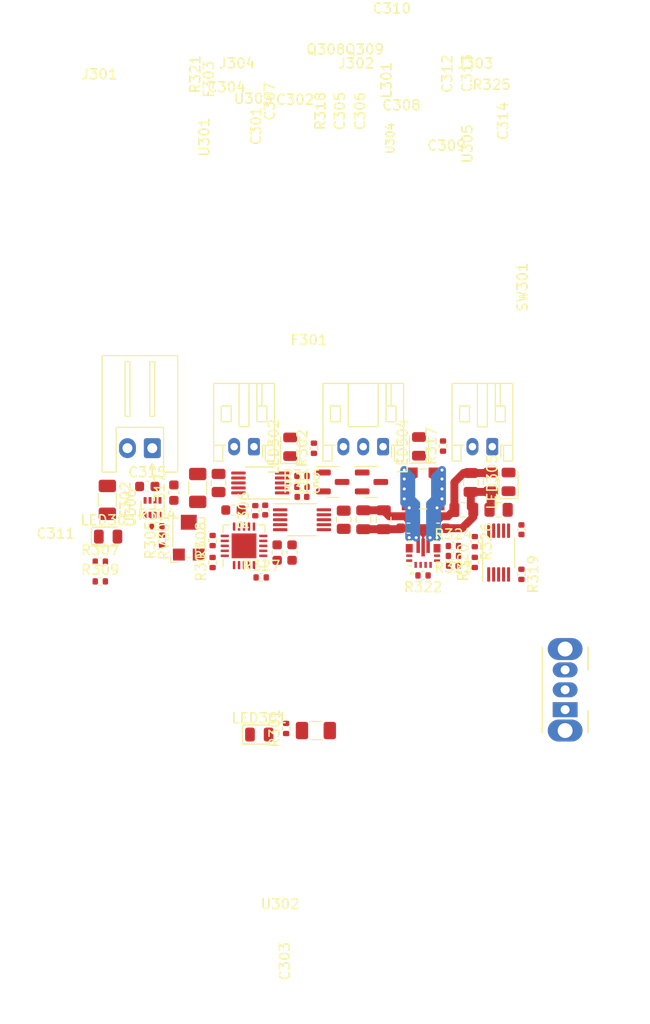
<source format=kicad_pcb>
(kicad_pcb (version 20240108) (generator "pcbnew") (generator_version "8.0")
  (layers (0 "F.Cu" signal) (31 "B.Cu" signal) (34 "B.Paste" user) (35 "F.Paste" user) (36 "B.SilkS" user "B.Silkscreen") (37 "F.SilkS" user "F.Silkscreen") (38 "B.Mask" user) (39 "F.Mask" user) (44 "Edge.Cuts" user))
  (net 0 "")
  (net 1 "GND")
  (net 2 "/VDD_BUS")
  (net 3 "Net-(LED301-A)")
  (net 4 "/TEMP")
  (net 5 "Net-(U301-V_{BAT_SENSE})")
  (net 6 "Net-(U302-Vin-)")
  (net 7 "VDD")
  (net 8 "Net-(U304-VAUX)")
  (net 9 "/PG")
  (net 10 "/CHARGE_IND")
  (net 11 "/STAT2")
  (net 12 "/STAT1")
  (net 13 "/I2C_SCL")
  (net 14 "/I2C_SDA")
  (net 15 "/HEATER")
  (net 16 "/PROG")
  (net 17 "VPP")
  (net 18 "VBUS")
  (net 19 "Net-(J301-Pin_1)")
  (net 20 "Net-(J304-Pin_1)")
  (net 21 "Net-(U303-Vbus)")
  (net 22 "Net-(J302-Pin_1)")
  (net 23 "Net-(J303-Pin_2)")
  (net 24 "Net-(J303-Pin_1)")
  (net 25 "Net-(U304-L2)")
  (net 26 "Net-(U304-L1)")
  (net 27 "Net-(LED301-K)")
  (net 28 "Net-(LED302-A)")
  (net 29 "Net-(LED304-K)")
  (net 30 "Net-(LED305-K)")
  (net 31 "Net-(Q308-B)")
  (net 32 "Net-(Q308-C)")
  (net 33 "Net-(R303-Pad1)")
  (net 34 "Net-(U301-PROG3)")
  (net 35 "Net-(U301-CE)")
  (net 36 "Net-(U304-PG)")
  (net 37 "Net-(U304-FB)")
  (net 43 "Net-(U306-MODE)")
  (net 44 "Net-(U306-PR1)")
  (net 45 "/ST")
  (net 46 "Net-(U306-VIN2)")
  (net 47 "Net-(LED303-K)")
  (footprint "Capacitor_SMD:C_0603_1608Metric" (layer "F.Cu") (at 143.5 78.225)
    (property "Reference" "C304" (at -0.7 -42.53 0) (layer "F.SilkS"))
    (property "Value" "10uF")
    (pad "1" smd roundrect (at -0.775 0) (size 0.9 0.95) (layers "F.Cu" "F.Paste" "F.Mask") (net 5 "Net-(U301-V_{BAT_SENSE})"))
    (pad "2" smd roundrect (at 0.775 0) (size 0.9 0.95) (layers "F.Cu" "F.Paste" "F.Mask") (net 1 "GND"))
  )
  (footprint "Package_SO:VSSOP-10_3x3mm_P0.5mm" (layer "F.Cu") (at 150.4 79.2)
    (property "Reference" "U302" (at -2.2 38.65 0) (layer "F.SilkS"))
    (property "Value" "INA226")
    (pad "1" smd roundrect (at -2.2 -1) (size 1.45 0.3) (layers "F.Cu" "F.Paste" "F.Mask") (net 13 "/I2C_SCL"))
    (pad "2" smd roundrect (at -2.2 -0.5) (size 1.45 0.3) (layers "F.Cu" "F.Paste" "F.Mask") (net 17 "VPP"))
    (pad "3" smd roundrect (at -2.2 0) (size 1.45 0.3) (layers "F.Cu" "F.Paste" "F.Mask") (net 23 "Net-(J303-Pin_2)"))
    (pad "4" smd roundrect (at -2.2 0.5) (size 1.45 0.3) (layers "F.Cu" "F.Paste" "F.Mask") (net 14 "/I2C_SDA"))
    (pad "5" smd roundrect (at -2.2 1) (size 1.45 0.3) (layers "F.Cu" "F.Paste" "F.Mask") (net 13 "/I2C_SCL"))
    (pad "6" smd roundrect (at 2.2 1) (size 1.45 0.3) (layers "F.Cu" "F.Paste" "F.Mask") (net 17 "VPP"))
    (pad "7" smd roundrect (at 2.2 0.5) (size 1.45 0.3) (layers "F.Cu" "F.Paste" "F.Mask") (net 1 "GND"))
    (pad "8" smd roundrect (at 2.2 0) (size 1.45 0.3) (layers "F.Cu" "F.Paste" "F.Mask"))
    (pad "9" smd roundrect (at 2.2 -0.5) (size 1.45 0.3) (layers "F.Cu" "F.Paste" "F.Mask") (net 6 "Net-(U302-Vin-)"))
    (pad "10" smd roundrect (at 2.2 -1) (size 1.45 0.3) (layers "F.Cu" "F.Paste" "F.Mask") (net 17 "VPP"))
  )
  (footprint "Resistor_SMD:R_0402_1005Metric" (layer "F.Cu") (at 167.8 83.49 90)
    (property "Reference" "R320" (at 0 -1.17 90) (layer "F.SilkS"))
    (property "Value" "330k")
    (pad "1" smd roundrect (at -0.51 0 90) (size 0.54 0.64) (layers "F.Cu" "F.Paste" "F.Mask") (net 23 "Net-(J303-Pin_2)"))
    (pad "2" smd roundrect (at 0.51 0 90) (size 0.54 0.64) (layers "F.Cu" "F.Paste" "F.Mask") (net 1 "GND"))
  )
  (footprint "Resistor_SMD:R_0402_1005Metric" (layer "F.Cu") (at 148.8 100.19 90)
    (property "Reference" "R301" (at 0 -1.17 90) (layer "F.SilkS"))
    (property "Value" "1k")
    (pad "1" smd roundrect (at -0.51 0 90) (size 0.54 0.64) (layers "F.Cu" "F.Paste" "F.Mask") (net 27 "Net-(LED301-K)"))
    (pad "2" smd roundrect (at 0.51 0 90) (size 0.54 0.64) (layers "F.Cu" "F.Paste" "F.Mask") (net 1 "GND"))
  )
  (footprint "Package_SO:VSSOP-10_3x3mm_P0.5mm" (layer "F.Cu") (at 170.2 82.5 90)
    (property "Reference" "U305" (at 41.1 -3.15 90) (layer "F.SilkS"))
    (property "Value" "INA226")
    (pad "1" smd roundrect (at -2.2 -1 90) (size 1.45 0.3) (layers "F.Cu" "F.Paste" "F.Mask") (net 13 "/I2C_SCL"))
    (pad "2" smd roundrect (at -2.2 -0.5 90) (size 1.45 0.3) (layers "F.Cu" "F.Paste" "F.Mask") (net 14 "/I2C_SDA"))
    (pad "3" smd roundrect (at -2.2 0 90) (size 1.45 0.3) (layers "F.Cu" "F.Paste" "F.Mask") (net 23 "Net-(J303-Pin_2)"))
    (pad "4" smd roundrect (at -2.2 0.5 90) (size 1.45 0.3) (layers "F.Cu" "F.Paste" "F.Mask") (net 14 "/I2C_SDA"))
    (pad "5" smd roundrect (at -2.2 1 90) (size 1.45 0.3) (layers "F.Cu" "F.Paste" "F.Mask") (net 13 "/I2C_SCL"))
    (pad "6" smd roundrect (at 2.2 1 90) (size 1.45 0.3) (layers "F.Cu" "F.Paste" "F.Mask") (net 2 "/VDD_BUS"))
    (pad "7" smd roundrect (at 2.2 0.5 90) (size 1.45 0.3) (layers "F.Cu" "F.Paste" "F.Mask") (net 1 "GND"))
    (pad "8" smd roundrect (at 2.2 0 90) (size 1.45 0.3) (layers "F.Cu" "F.Paste" "F.Mask") (net 2 "/VDD_BUS"))
    (pad "9" smd roundrect (at 2.2 -0.5 90) (size 1.45 0.3) (layers "F.Cu" "F.Paste" "F.Mask") (net 7 "VDD"))
    (pad "10" smd roundrect (at 2.2 -1 90) (size 1.45 0.3) (layers "F.Cu" "F.Paste" "F.Mask") (net 2 "/VDD_BUS"))
  )
  (footprint "LED_SMD:LED_0805_2012Metric" (layer "F.Cu") (at 146.1 100.8)
    (property "Reference" "LED301" (at 0 -1.65 0) (layer "F.SilkS"))
    (property "Value" "USB Power")
    (pad "1" smd roundrect (at -0.9375 0) (size 0.975 1.4) (layers "F.Cu" "F.Paste" "F.Mask") (net 27 "Net-(LED301-K)"))
    (pad "2" smd roundrect (at 0.9375 0) (size 0.975 1.4) (layers "F.Cu" "F.Paste" "F.Mask") (net 3 "Net-(LED301-A)"))
  )
  (footprint "Capacitor_SMD:C_0603_1608Metric" (layer "F.Cu") (at 134.825 75.85)
    (property "Reference" "C315" (at 0 -1.43 0) (layer "F.SilkS"))
    (property "Value" "10uF")
    (pad "1" smd roundrect (at -0.775 0) (size 0.9 0.95) (layers "F.Cu" "F.Paste" "F.Mask") (net 46 "Net-(U306-VIN2)"))
    (pad "2" smd roundrect (at 0.775 0) (size 0.9 0.95) (layers "F.Cu" "F.Paste" "F.Mask") (net 1 "GND"))
  )
  (footprint "Package_TO_SOT_SMD:SOT-23" (layer "F.Cu") (at 157.4 75.4)
    (property "Reference" "Q309" (at -0.7 -43.5 0) (layer "F.SilkS"))
    (property "Value" "Q_PMOS_GSD")
    (pad "1" smd roundrect (at -0.9375 -0.95) (size 1.475 0.6) (layers "F.Cu" "F.Paste" "F.Mask") (net 32 "Net-(Q308-C)"))
    (pad "2" smd roundrect (at -0.9375 0.95) (size 1.475 0.6) (layers "F.Cu" "F.Paste" "F.Mask") (net 17 "VPP"))
    (pad "3" smd roundrect (at 0.9375 0) (size 1.475 0.6) (layers "F.Cu" "F.Paste" "F.Mask") (net 22 "Net-(J302-Pin_1)"))
  )
  (footprint "LED_SMD:LED_0805_2012Metric" (layer "F.Cu") (at 162.18 71.82 90)
    (property "Reference" "LED304" (at 0 -1.65 90) (layer "F.SilkS"))
    (property "Value" "Heater")
    (pad "1" smd roundrect (at -0.9375 0 90) (size 0.975 1.4) (layers "F.Cu" "F.Paste" "F.Mask") (net 29 "Net-(LED304-K)"))
    (pad "2" smd roundrect (at 0.9375 0 90) (size 0.975 1.4) (layers "F.Cu" "F.Paste" "F.Mask") (net 22 "Net-(J302-Pin_1)"))
  )
  (footprint "Resistor_SMD:R_0402_1005Metric" (layer "F.Cu") (at 165.65 81.8375)
    (property "Reference" "R324" (at 0 -1.17 0) (layer "F.SilkS"))
    (property "Value" "47k")
    (pad "1" smd roundrect (at -0.51 0) (size 0.54 0.64) (layers "F.Cu" "F.Paste" "F.Mask") (net 37 "Net-(U304-FB)"))
    (pad "2" smd roundrect (at 0.51 0) (size 0.54 0.64) (layers "F.Cu" "F.Paste" "F.Mask") (net 2 "/VDD_BUS"))
  )
  (footprint "Resistor_SMD:R_0402_1005Metric" (layer "F.Cu") (at 165.65 82.8375 180)
    (property "Reference" "R323" (at 0 -1.17 180) (layer "F.SilkS"))
    (property "Value" "15k")
    (pad "1" smd roundrect (at -0.51 0 180) (size 0.54 0.64) (layers "F.Cu" "F.Paste" "F.Mask") (net 1 "GND"))
    (pad "2" smd roundrect (at 0.51 0 180) (size 0.54 0.64) (layers "F.Cu" "F.Paste" "F.Mask") (net 37 "Net-(U304-FB)"))
  )
  (footprint "Resistor_SMD:R_0805_2012Metric" (layer "F.Cu") (at 154.6 79.2 90)
    (property "Reference" "R318" (at 41.1 -2.35 90) (layer "F.SilkS"))
    (property "Value" "50mΩ")
    (pad "1" smd roundrect (at -0.9125 0 90) (size 1.025 1.4) (layers "F.Cu" "F.Paste" "F.Mask") (roundrect_rratio 0.243902) (net 17 "VPP"))
    (pad "2" smd roundrect (at 0.9125 0 90) (size 1.025 1.4) (layers "F.Cu" "F.Paste" "F.Mask") (roundrect_rratio 0.243902) (net 6 "Net-(U302-Vin-)"))
  )
  (footprint "Capacitor_SMD:C_0805_2012Metric" (layer "F.Cu") (at 158.62 79.2 90)
    (property "Reference" "C306" (at 41.1 -2.38 90) (layer "F.SilkS"))
    (property "Value" "22uF")
    (pad "1" smd roundrect (at -0.95 0 90) (size 1 1.45) (layers "F.Cu" "F.Paste" "F.Mask") (net 6 "Net-(U302-Vin-)"))
    (pad "2" smd roundrect (at 0.95 0 90) (size 1 1.45) (layers "F.Cu" "F.Paste" "F.Mask") (net 1 "GND"))
  )
  (footprint "Capacitor_SMD:C_0805_2012Metric" (layer "F.Cu") (at 167.4 75.45 90)
    (property "Reference" "C312" (at 41.1 -2.38 90) (layer "F.SilkS"))
    (property "Value" "22uF")
    (pad "1" smd roundrect (at -0.95 0 90) (size 1 1.45) (layers "F.Cu" "F.Paste" "F.Mask") (net 2 "/VDD_BUS"))
    (pad "2" smd roundrect (at 0.95 0 90) (size 1 1.45) (layers "F.Cu" "F.Paste" "F.Mask") (net 1 "GND"))
  )
  (footprint "Connector_JST:JST_XH_S2B-XH-A_1x02_P2.50mm_Horizontal" (layer "F.Cu") (at 135.325 72 180)
    (property "Reference" "J301" (at 5.33 37.6 0) (layer "F.SilkS"))
    (property "Value" "Battery")
    (pad "1" thru_hole roundrect (at 0 0 180) (size 1.7 2) (drill 1) (layers "*.Cu" "*.Mask") (roundrect_rratio 0.147059) (net 19 "Net-(J301-Pin_1)"))
    (pad "2" thru_hole oval (at 2.5 0 180) (size 1.7 2) (drill 1) (layers "*.Cu" "*.Mask") (net 1 "GND"))
  )
  (footprint "Inductor_SMD:L_Wuerth_WE-TPC-3816" (layer "F.Cu") (at 162.6 76.1 90)
    (property "Reference" "L301" (at 41.1 -3.7 90) (layer "F.SilkS"))
    (property "Value" "L")
    (pad "1" smd custom (at 0 -1.75 90) (size 0.7 0.7) (layers "F.Cu" "F.Paste" "F.Mask") (net 26 "Net-(U304-L1)") (options (clearance outline) (anchor circle)) (primitives (gr_poly (pts (xy 2.15 1.2) (xy 1.177922 1.2) (xy 1.064578 1.003895) (xy 0.918917 0.830439) (xy 0.745359 0.684899) (xy 0.549174 0.571693) (xy 0.336318 0.494257) (xy 0.113252 0.454942) (xy -0.113252 0.454942) (xy -0.336318 0.494257) (xy -0.549174 0.571693) (xy -0.745359 0.684899) (xy -0.918917 0.830439) (xy -1.064578 1.003895) (xy -1.177922 1.2) (xy -2.15 1.2) (xy -2.15 -0.4) (xy 2.15 -0.4)) (width 0) (fill yes))))
    (pad "2" smd custom (at 0 1.75 90) (size 0.7 0.7) (layers "F.Cu" "F.Paste" "F.Mask") (net 25 "Net-(U304-L2)") (options (clearance outline) (anchor circle)) (primitives (gr_poly (pts (xy -1.064578 -1.003895) (xy -0.918917 -0.830439) (xy -0.745359 -0.684899) (xy -0.549174 -0.571693) (xy -0.336318 -0.494257) (xy -0.113252 -0.454942) (xy 0.113252 -0.454942) (xy 0.336318 -0.494257) (xy 0.549174 -0.571693) (xy 0.745359 -0.684899) (xy 0.918917 -0.830439) (xy 1.064578 -1.003895) (xy 1.177922 -1.2) (xy 2.15 -1.2) (xy 2.15 0.4) (xy -2.15 0.4) (xy -2.15 -1.2) (xy -1.177922 -1.2)) (width 0) (fill yes))))
  )
  (footprint "LED_SMD:LED_0805_2012Metric" (layer "F.Cu") (at 130.88 80.895)
    (property "Reference" "LED303" (at 0 -1.65 0) (layer "F.SilkS"))
    (property "Value" "Backup")
    (pad "1" smd roundrect (at -0.9375 0) (size 0.975 1.4) (layers "F.Cu" "F.Paste" "F.Mask") (net 47 "Net-(LED303-K)"))
    (pad "2" smd roundrect (at 0.9375 0) (size 0.975 1.4) (layers "F.Cu" "F.Paste" "F.Mask") (net 17 "VPP"))
  )
  (footprint "Fuse:Fuse_1206_3216Metric" (layer "F.Cu") (at 130.8 77.2 -90)
    (property "Reference" "F302" (at 0 -1.82 90) (layer "F.SilkS"))
    (property "Value" "Polyfuse")
    (pad "1" smd roundrect (at -1.4 0 270) (size 1.25 1.75) (layers "F.Cu" "F.Paste" "F.Mask") (roundrect_rratio 0.2) (net 19 "Net-(J301-Pin_1)"))
    (pad "2" smd roundrect (at 1.4 0 270) (size 1.25 1.75) (layers "F.Cu" "F.Paste" "F.Mask") (roundrect_rratio 0.2) (net 46 "Net-(U306-VIN2)"))
  )
  (footprint "Package_TO_SOT_SMD:SOT-23" (layer "F.Cu") (at 153.5 75.4)
    (property "Reference" "Q308" (at -0.7 -43.5 0) (layer "F.SilkS"))
    (property "Value" "Q_NPN_BEC")
    (pad "1" smd roundrect (at -0.9375 -0.95) (size 1.475 0.6) (layers "F.Cu" "F.Paste" "F.Mask") (net 31 "Net-(Q308-B)"))
    (pad "2" smd roundrect (at -0.9375 0.95) (size 1.475 0.6) (layers "F.Cu" "F.Paste" "F.Mask") (net 1 "GND"))
    (pad "3" smd roundrect (at 0.9375 0) (size 1.475 0.6) (layers "F.Cu" "F.Paste" "F.Mask") (net 32 "Net-(Q308-C)"))
  )
  (footprint "Resistor_SMD:R_0402_1005Metric" (layer "F.Cu") (at 130.09 83.41)
    (property "Reference" "R307" (at 0 -1.17 0) (layer "F.SilkS"))
    (property "Value" "1k")
    (pad "1" smd roundrect (at -0.51 0) (size 0.54 0.64) (layers "F.Cu" "F.Paste" "F.Mask") (net 47 "Net-(LED303-K)"))
    (pad "2" smd roundrect (at 0.51 0) (size 0.54 0.64) (layers "F.Cu" "F.Paste" "F.Mask") (net 45 "/ST"))
  )
  (footprint "Resistor_SMD:R_0402_1005Metric" (layer "F.Cu") (at 130.09 85.4)
    (property "Reference" "R309" (at 0 -1.17 0) (layer "F.SilkS"))
    (property "Value" "100k")
    (pad "1" smd roundrect (at -0.51 0) (size 0.54 0.64) (layers "F.Cu" "F.Paste" "F.Mask") (net 31 "Net-(Q308-B)"))
    (pad "2" smd roundrect (at 0.51 0) (size 0.54 0.64) (layers "F.Cu" "F.Paste" "F.Mask") (net 1 "GND"))
  )
  (footprint "Connector_JST:JST_PH_S2B-PH-K_1x02_P2.00mm_Horizontal" (layer "F.Cu") (at 169.565 71.85 180)
    (property "Reference" "J303" (at 1.7 38.55 0) (layer "F.SilkS"))
    (property "Value" "Ext Switch")
    (pad "1" thru_hole roundrect (at 0 0 180) (size 1.2 1.75) (drill 0.75) (layers "*.Cu" "*.Mask") (roundrect_rratio 0.208333) (net 24 "Net-(J303-Pin_1)"))
    (pad "2" thru_hole oval (at 2 0 180) (size 1.2 1.75) (drill 0.75) (layers "*.Cu" "*.Mask") (net 23 "Net-(J303-Pin_2)"))
  )
  (footprint "Capacitor_SMD:C_0805_2012Metric" (layer "F.Cu") (at 166.7 78.2 180)
    (property "Reference" "C311" (at 41.1 -2.38 0) (layer "F.SilkS"))
    (property "Value" "22uF")
    (pad "1" smd roundrect (at -0.95 0 180) (size 1 1.45) (layers "F.Cu" "F.Paste" "F.Mask") (net 2 "/VDD_BUS"))
    (pad "2" smd roundrect (at 0.95 0 180) (size 1 1.45) (layers "F.Cu" "F.Paste" "F.Mask") (net 1 "GND"))
  )
  (footprint "Capacitor_SMD:C_0402_1005Metric" (layer "F.Cu") (at 172.5 80.2 90)
    (property "Reference" "C314" (at 41.1 -1.86 90) (layer "F.SilkS"))
    (property "Value" "100nF")
    (pad "1" smd roundrect (at -0.48 0 90) (size 0.56 0.62) (layers "F.Cu" "F.Paste" "F.Mask") (net 2 "/VDD_BUS"))
    (pad "2" smd roundrect (at 0.48 0 90) (size 0.56 0.62) (layers "F.Cu" "F.Paste" "F.Mask") (net 1 "GND"))
  )
  (footprint "Fuse:Fuse_1206_3216Metric" (layer "F.Cu") (at 139.9 76 -90)
    (property "Reference" "F303" (at -41.1 -1.12 90) (layer "F.SilkS"))
    (property "Value" "Polyfuse")
    (pad "1" smd roundrect (at -1.4 0 270) (size 1.25 1.75) (layers "F.Cu" "F.Paste" "F.Mask") (roundrect_rratio 0.2) (net 21 "Net-(U303-Vbus)"))
    (pad "2" smd roundrect (at 1.4 0 270) (size 1.25 1.75) (layers "F.Cu" "F.Paste" "F.Mask") (roundrect_rratio 0.2) (net 20 "Net-(J304-Pin_1)"))
  )
  (footprint "Capacitor_SMD:C_0603_1608Metric" (layer "F.Cu") (at 164.1 80.05 180)
    (property "Reference" "C310" (at 4.65 52.27 0) (layer "F.SilkS"))
    (property "Value" "10uF")
    (pad "1" smd roundrect (at -0.775 0 180) (size 0.9 0.95) (layers "F.Cu" "F.Paste" "F.Mask") (net 2 "/VDD_BUS"))
    (pad "2" smd roundrect (at 0.775 0 180) (size 0.9 0.95) (layers "F.Cu" "F.Paste" "F.Mask") (net 1 "GND"))
  )
  (footprint "Fuse:Fuse_1206_3216Metric" (layer "F.Cu") (at 151.8 100.4 180)
    (property "Reference" "F301" (at 0.7 39.28 0) (layer "F.SilkS"))
    (property "Value" "Polyfuse")
    (pad "1" smd roundrect (at -1.4 0 180) (size 1.25 1.75) (layers "F.Cu" "F.Paste" "F.Mask") (roundrect_rratio 0.2) (net 18 "VBUS"))
    (pad "2" smd roundrect (at 1.4 0 180) (size 1.25 1.75) (layers "F.Cu" "F.Paste" "F.Mask") (roundrect_rratio 0.2) (net 3 "Net-(LED301-A)"))
  )
  (footprint "Resistor_SMD:R_0805_2012Metric" (layer "F.Cu") (at 142 75.5 90)
    (property "Reference" "R321" (at 41.1 -2.35 90) (layer "F.SilkS"))
    (property "Value" "50mΩ")
    (pad "1" smd roundrect (at -0.9125 0 90) (size 1.025 1.4) (layers "F.Cu" "F.Paste" "F.Mask") (roundrect_rratio 0.243902) (net 5 "Net-(U301-V_{BAT_SENSE})"))
    (pad "2" smd roundrect (at 0.9125 0 90) (size 1.025 1.4) (layers "F.Cu" "F.Paste" "F.Mask") (roundrect_rratio 0.243902) (net 21 "Net-(U303-Vbus)"))
  )
  (footprint "Capacitor_SMD:C_0603_1608Metric" (layer "F.Cu") (at 161.125 80.05)
    (property "Reference" "C308" (at -0.7 -42.53 0) (layer "F.SilkS"))
    (property "Value" "10uF")
    (pad "1" smd roundrect (at -0.775 0) (size 0.9 0.95) (layers "F.Cu" "F.Paste" "F.Mask") (net 6 "Net-(U302-Vin-)"))
    (pad "2" smd roundrect (at 0.775 0) (size 0.9 0.95) (layers "F.Cu" "F.Paste" "F.Mask") (net 1 "GND"))
  )
  (footprint "Capacitor_SMD:C_0402_1005Metric" (layer "F.Cu") (at 150.4 76.9 180)
    (property "Reference" "C302" (at 0.7 39.94 0) (layer "F.SilkS"))
    (property "Value" "100nF")
    (pad "1" smd roundrect (at -0.48 0 180) (size 0.56 0.62) (layers "F.Cu" "F.Paste" "F.Mask") (net 17 "VPP"))
    (pad "2" smd roundrect (at 0.48 0 180) (size 0.56 0.62) (layers "F.Cu" "F.Paste" "F.Mask") (net 1 "GND"))
  )
  (footprint "Resistor_SMD:R_0402_1005Metric" (layer "F.Cu") (at 135.79 79.85)
    (property "Reference" "R304" (at 0 -1.17 0) (layer "F.SilkS"))
    (property "Value" "100k")
    (pad "1" smd roundrect (at -0.51 0) (size 0.54 0.64) (layers "F.Cu" "F.Paste" "F.Mask") (net 43 "Net-(U306-MODE)"))
    (pad "2" smd roundrect (at 0.51 0) (size 0.54 0.64) (layers "F.Cu" "F.Paste" "F.Mask") (net 44 "Net-(U306-PR1)"))
  )
  (footprint "Capacitor_SMD:C_0603_1608Metric" (layer "F.Cu") (at 149.4 82.5 90)
    (property "Reference" "C303" (at -41.1 -0.73 90) (layer "F.SilkS"))
    (property "Value" "10uF")
    (pad "1" smd roundrect (at -0.775 0 90) (size 0.9 0.95) (layers "F.Cu" "F.Paste" "F.Mask") (net 43 "Net-(U306-MODE)"))
    (pad "2" smd roundrect (at 0.775 0 90) (size 0.9 0.95) (layers "F.Cu" "F.Paste" "F.Mask") (net 1 "GND"))
  )
  (footprint "Connector_JST:JST_PH_S3B-PH-K_1x03_P2.00mm_Horizontal" (layer "F.Cu") (at 158.565 71.85 180)
    (property "Reference" "J302" (at 2.7 38.55 0) (layer "F.SilkS"))
    (property "Value" "Temp&Heater")
    (pad "1" thru_hole roundrect (at 0 0 180) (size 1.2 1.75) (drill 0.75) (layers "*.Cu" "*.Mask") (roundrect_rratio 0.208333) (net 22 "Net-(J302-Pin_1)"))
    (pad "2" thru_hole oval (at 2 0 180) (size 1.2 1.75) (drill 0.75) (layers "*.Cu" "*.Mask") (net 4 "/TEMP"))
    (pad "3" thru_hole oval (at 4 0 180) (size 1.2 1.75) (drill 0.75) (layers "*.Cu" "*.Mask") (net 1 "GND"))
  )
  (footprint "Resistor_SMD:R_0402_1005Metric" (layer "F.Cu") (at 167.8 81.4 -90)
    (property "Reference" "R326" (at 0 -1.17 -90) (layer "F.SilkS"))
    (property "Value" "1k")
    (pad "1" smd roundrect (at -0.51 0 270) (size 0.54 0.64) (layers "F.Cu" "F.Paste" "F.Mask") (net 30 "Net-(LED305-K)"))
    (pad "2" smd roundrect (at 0.51 0 270) (size 0.54 0.64) (layers "F.Cu" "F.Paste" "F.Mask") (net 1 "GND"))
  )
  (footprint "Resistor_SMD:R_0402_1005Metric" (layer "F.Cu") (at 141.4 81.29 90)
    (property "Reference" "R308" (at 0 -1.17 90) (layer "F.SilkS"))
    (property "Value" "100k")
    (pad "1" smd roundrect (at -0.51 0 90) (size 0.54 0.64) (layers "F.Cu" "F.Paste" "F.Mask") (net 3 "Net-(LED301-A)"))
    (pad "2" smd roundrect (at 0.51 0 90) (size 0.54 0.64) (layers "F.Cu" "F.Paste" "F.Mask") (net 35 "Net-(U301-CE)"))
  )
  (footprint "Capacitor_SMD:C_0603_1608Metric" (layer "F.Cu") (at 137.5 76.475 90)
    (property "Reference" "C317" (at 0 -1.43 90) (layer "F.SilkS"))
    (property "Value" "10uF")
    (pad "1" smd roundrect (at -0.775 0 90) (size 0.9 0.95) (layers "F.Cu" "F.Paste" "F.Mask") (net 43 "Net-(U306-MODE)"))
    (pad "2" smd roundrect (at 0.775 0 90) (size 0.9 0.95) (layers "F.Cu" "F.Paste" "F.Mask") (net 1 "GND"))
  )
  (footprint "Package_SO:VSSOP-10_3x3mm_P0.5mm" (layer "F.Cu") (at 146.2 75.5 180)
    (property "Reference" "U303" (at 0.7 38.65 0) (layer "F.SilkS"))
    (property "Value" "INA226")
    (pad "1" smd roundrect (at -2.2 -1 180) (size 1.45 0.3) (layers "F.Cu" "F.Paste" "F.Mask") (net 13 "/I2C_SCL"))
    (pad "2" smd roundrect (at -2.2 -0.5 180) (size 1.45 0.3) (layers "F.Cu" "F.Paste" "F.Mask") (net 13 "/I2C_SCL"))
    (pad "3" smd roundrect (at -2.2 0 180) (size 1.45 0.3) (layers "F.Cu" "F.Paste" "F.Mask") (net 35 "Net-(U301-CE)"))
    (pad "4" smd roundrect (at -2.2 0.5 180) (size 1.45 0.3) (layers "F.Cu" "F.Paste" "F.Mask") (net 14 "/I2C_SDA"))
    (pad "5" smd roundrect (at -2.2 1 180) (size 1.45 0.3) (layers "F.Cu" "F.Paste" "F.Mask") (net 13 "/I2C_SCL"))
    (pad "6" smd roundrect (at 2.2 1 180) (size 1.45 0.3) (layers "F.Cu" "F.Paste" "F.Mask") (net 17 "VPP"))
    (pad "7" smd roundrect (at 2.2 0.5 180) (size 1.45 0.3) (layers "F.Cu" "F.Paste" "F.Mask") (net 1 "GND"))
    (pad "8" smd roundrect (at 2.2 0 180) (size 1.45 0.3) (layers "F.Cu" "F.Paste" "F.Mask") (net 21 "Net-(U303-Vbus)"))
    (pad "9" smd roundrect (at 2.2 -0.5 180) (size 1.45 0.3) (layers "F.Cu" "F.Paste" "F.Mask") (net 5 "Net-(U301-V_{BAT_SENSE})"))
    (pad "10" smd roundrect (at 2.2 -1 180) (size 1.45 0.3) (layers "F.Cu" "F.Paste" "F.Mask") (net 21 "Net-(U303-Vbus)"))
  )
  (footprint "WOBCLibrary:VREG_TPS63070RNMR" (layer "F.Cu") (at 162.6 82.5875 90)
    (property "Reference" "U304" (at 41.74 -3.308 90) (layer "F.SilkS") (effects (font (size 0.8 0.8))))
    (property "Value" "TPS63070RNMR")
    (pad "1" smd roundrect (at -1.15 -0.75 90) (size 0.6 0.25) (layers "F.Cu" "F.Paste") (roundrect_rratio 0.01) (net 23 "Net-(J303-Pin_2)"))
    (pad "2" smd roundrect (at -1.15 -0.25 90) (size 0.6 0.25) (layers "F.Cu" "F.Paste") (roundrect_rratio 0.01) (net 36 "Net-(U304-PG)"))
    (pad "3" smd roundrect (at -1.15 0.25 90) (size 0.6 0.25) (layers "F.Cu" "F.Paste") (roundrect_rratio 0.01) (net 8 "Net-(U304-VAUX)"))
    (pad "4" smd roundrect (at -1.15 0.75 90) (size 0.6 0.25) (layers "F.Cu" "F.Paste") (roundrect_rratio 0.01) (net 1 "GND"))
    (pad "5" smd roundrect (at -0.725 1.4 90) (size 0.25 0.6) (layers "F.Cu" "F.Paste") (roundrect_rratio 0.01) (net 37 "Net-(U304-FB)"))
    (pad "6" smd roundrect (at -0.225 1.4 90) (size 0.25 0.6) (layers "F.Cu" "F.Paste") (roundrect_rratio 0.01))
    (pad "7_8" smd roundrect (at 0.525 1.4 90) (size 0.85 0.7) (layers "F.Cu") (roundrect_rratio 0.02) (net 2 "/VDD_BUS"))
    (pad "9" smd roundrect (at 0.775 0.5 90) (size 1.45 0.35) (layers "F.Cu") (roundrect_rratio 0.01) (net 25 "Net-(U304-L2)"))
    (pad "10" smd roundrect (at 0.6 0 90) (size 1.8 0.35) (layers "F.Cu") (roundrect_rratio 0.01) (net 1 "GND"))
    (pad "11" smd roundrect (at 0.775 -0.5 90) (size 1.45 0.35) (layers "F.Cu") (roundrect_rratio 0.01) (net 26 "Net-(U304-L1)"))
    (pad "12_13" smd roundrect (at 0.525 -1.4 90) (size 0.85 0.7) (layers "F.Cu") (roundrect_rratio 0.02) (net 6 "Net-(U302-Vin-)"))
    (pad "14" smd roundrect (at -0.225 -1.4 90) (size 0.25 0.6) (layers "F.Cu" "F.Paste") (roundrect_rratio 0.01) (net 23 "Net-(J303-Pin_2)"))
    (pad "15" smd roundrect (at -0.725 -1.4 90) (size 0.25 0.6) (layers "F.Cu" "F.Paste") (roundrect_rratio 0.01) (net 1 "GND"))
  )
  (footprint "Resistor_SMD:R_0402_1005Metric" (layer "F.Cu") (at 146.29 85)
    (property "Reference" "R327" (at 0 -1.17 0) (layer "F.SilkS"))
    (property "Value" "10k")
    (pad "1" smd roundrect (at -0.51 0) (size 0.54 0.64) (layers "F.Cu" "F.Paste" "F.Mask") (net 4 "/TEMP"))
    (pad "2" smd roundrect (at 0.51 0) (size 0.54 0.64) (layers "F.Cu" "F.Paste" "F.Mask") (net 1 "GND"))
  )
  (footprint "Connector_JST:JST_PH_S2B-PH-K_1x02_P2.00mm_Horizontal" (layer "F.Cu") (at 145.565 71.85 180)
    (property "Reference" "J304" (at 1.7 38.55 0) (layer "F.SilkS"))
    (property "Value" "LiPo")
    (pad "1" thru_hole roundrect (at 0 0 180) (size 1.2 1.75) (drill 0.75) (layers "*.Cu" "*.Mask") (roundrect_rratio 0.208333) (net 20 "Net-(J304-Pin_1)"))
    (pad "2" thru_hole oval (at 2 0 180) (size 1.2 1.75) (drill 0.75) (layers "*.Cu" "*.Mask") (net 1 "GND"))
  )
  (footprint "Capacitor_SMD:C_0402_1005Metric" (layer "F.Cu") (at 165.65 83.83)
    (property "Reference" "C309" (at -0.7 -42.26 0) (layer "F.SilkS"))
    (property "Value" "100nF")
    (pad "1" smd roundrect (at -0.48 0) (size 0.56 0.62) (layers "F.Cu" "F.Paste" "F.Mask") (net 8 "Net-(U304-VAUX)"))
    (pad "2" smd roundrect (at 0.48 0) (size 0.56 0.62) (layers "F.Cu" "F.Paste" "F.Mask") (net 1 "GND"))
  )
  (footprint "Resistor_SMD:R_0402_1005Metric" (layer "F.Cu") (at 141.4 83.5 90)
    (property "Reference" "R303" (at 0 -1.17 90) (layer "F.SilkS"))
    (property "Value" "1k")
    (pad "1" smd roundrect (at -0.51 0 90) (size 0.54 0.64) (layers "F.Cu" "F.Paste" "F.Mask") (net 33 "Net-(R303-Pad1)"))
    (pad "2" smd roundrect (at 0.51 0 90) (size 0.54 0.64) (layers "F.Cu" "F.Paste" "F.Mask") (net 1 "GND"))
  )
  (footprint "Resistor_SMD:R_0402_1005Metric" (layer "F.Cu") (at 164.6 71.79 90)
    (property "Reference" "R317" (at 0 -1.17 90) (layer "F.SilkS"))
    (property "Value" "1k")
    (pad "1" smd roundrect (at -0.51 0 90) (size 0.54 0.64) (layers "F.Cu" "F.Paste" "F.Mask") (net 1 "GND"))
    (pad "2" smd roundrect (at 0.51 0 90) (size 0.54 0.64) (layers "F.Cu" "F.Paste" "F.Mask") (net 29 "Net-(LED304-K)"))
  )
  (footprint "Resistor_SMD:R_0402_1005Metric" (layer "F.Cu") (at 151.6 72.01 90)
    (property "Reference" "R302" (at 0 -1.17 90) (layer "F.SilkS"))
    (property "Value" "1k")
    (pad "1" smd roundrect (at -0.51 0 90) (size 0.54 0.64) (layers "F.Cu" "F.Paste" "F.Mask") (net 28 "Net-(LED302-A)"))
    (pad "2" smd roundrect (at 0.51 0 90) (size 0.54 0.64) (layers "F.Cu" "F.Paste" "F.Mask") (net 10 "/CHARGE_IND"))
  )
  (footprint "Resistor_SMD:R_0805_2012Metric" (layer "F.Cu") (at 170.2 78.2)
    (property "Reference" "R325" (at -0.7 -42.75 0) (layer "F.SilkS"))
    (property "Value" "50mΩ")
    (pad "1" smd roundrect (at -0.9125 0) (size 1.025 1.4) (layers "F.Cu" "F.Paste" "F.Mask") (roundrect_rratio 0.243902) (net 2 "/VDD_BUS"))
    (pad "2" smd roundrect (at 0.9125 0) (size 1.025 1.4) (layers "F.Cu" "F.Paste" "F.Mask") (roundrect_rratio 0.243902) (net 7 "VDD"))
  )
  (footprint "Resistor_SMD:R_0402_1005Metric" (layer "F.Cu") (at 172.5 84.69 -90)
    (property "Reference" "R319" (at 0 -1.17 -90) (layer "F.SilkS"))
    (property "Value" "10k")
    (pad "1" smd roundrect (at -0.51 0 270) (size 0.54 0.64) (layers "F.Cu" "F.Paste" "F.Mask") (net 24 "Net-(J303-Pin_1)"))
    (pad "2" smd roundrect (at 0.51 0 270) (size 0.54 0.64) (layers "F.Cu" "F.Paste" "F.Mask") (net 6 "Net-(U302-Vin-)"))
  )
  (footprint "Resistor_SMD:R_0402_1005Metric" (layer "F.Cu") (at 162.59 84.8 180)
    (property "Reference" "R322" (at 0 -1.17 180) (layer "F.SilkS"))
    (property "Value" "100k")
    (pad "1" smd roundrect (at -0.51 0 180) (size 0.54 0.64) (layers "F.Cu" "F.Paste" "F.Mask") (net 2 "/VDD_BUS"))
    (pad "2" smd roundrect (at 0.51 0 180) (size 0.54 0.64) (layers "F.Cu" "F.Paste" "F.Mask") (net 36 "Net-(U304-PG)"))
  )
  (footprint "Package_TO_SOT_SMD:SOT-583-8" (layer "F.Cu") (at 135.35 77.99 90)
    (property "Reference" "U306" (at 0 -2.2 90) (layer "F.SilkS"))
    (property "Value" "TPS2116DRL")
    (pad "1" smd roundrect (at -0.74 -0.75 90) (size 0.67 0.3) (layers "F.Cu" "F.Paste" "F.Mask") (roundrect_rratio 0.1666666667) (net 1 "GND"))
    (pad "2" smd roundrect (at -0.74 -0.25 90) (size 0.67 0.3) (layers "F.Cu" "F.Paste" "F.Mask") (roundrect_rratio 0.1666666667) (net 17 "VPP"))
    (pad "3" smd roundrect (at -0.74 0.25 90) (size 0.67 0.3) (layers "F.Cu" "F.Paste" "F.Mask") (roundrect_rratio 0.1666666667) (net 43 "Net-(U306-MODE)"))
    (pad "4" smd roundrect (at -0.74 0.75 90) (size 0.67 0.3) (layers "F.Cu" "F.Paste" "F.Mask") (roundrect_rratio 0.1666666667) (net 44 "Net-(U306-PR1)"))
    (pad "5" smd roundrect (at 0.74 0.75 90) (size 0.67 0.3) (layers "F.Cu" "F.Paste" "F.Mask") (roundrect_rratio 0.1666666667) (net 43 "Net-(U306-MODE)"))
    (pad "6" smd roundrect (at 0.74 0.25 90) (size 0.67 0.3) (layers "F.Cu" "F.Paste" "F.Mask") (roundrect_rratio 0.1666666667) (net 46 "Net-(U306-VIN2)"))
    (pad "7" smd roundrect (at 0.74 -0.25 90) (size 0.67 0.3) (layers "F.Cu" "F.Paste" "F.Mask") (roundrect_rratio 0.1666666667) (net 17 "VPP"))
    (pad "8" smd roundrect (at 0.74 -0.75 90) (size 0.67 0.3) (layers "F.Cu" "F.Paste" "F.Mask") (roundrect_rratio 0.1666666667) (net 45 "/ST"))
  )
  (footprint "Capacitor_SMD:C_0805_2012Metric" (layer "F.Cu") (at 169.4 75.4 90)
    (property "Reference" "C313" (at 41.1 -2.38 90) (layer "F.SilkS"))
    (property "Value" "22uF")
    (pad "1" smd roundrect (at -0.95 0 90) (size 1 1.45) (layers "F.Cu" "F.Paste" "F.Mask") (net 2 "/VDD_BUS"))
    (pad "2" smd roundrect (at 0.95 0 90) (size 1 1.45) (layers "F.Cu" "F.Paste" "F.Mask") (net 1 "GND"))
  )
  (footprint "Resistor_SMD:R_0402_1005Metric" (layer "F.Cu") (at 136.3 81.26 90)
    (property "Reference" "R305" (at 0 -1.17 90) (layer "F.SilkS"))
    (property "Value" "47k")
    (pad "1" smd roundrect (at -0.51 0 90) (size 0.54 0.64) (layers "F.Cu" "F.Paste" "F.Mask") (net 1 "GND"))
    (pad "2" smd roundrect (at 0.51 0 90) (size 0.54 0.64) (layers "F.Cu" "F.Paste" "F.Mask") (net 44 "Net-(U306-PR1)"))
  )
  (footprint "Capacitor_SMD:C_0603_1608Metric" (layer "F.Cu") (at 147.9 82.5 90)
    (property "Reference" "C301" (at 42.9 -2.13 90) (layer "F.SilkS"))
    (property "Value" "10uF")
    (pad "1" smd roundrect (at -0.775 0 90) (size 0.9 0.95) (layers "F.Cu" "F.Paste" "F.Mask") (net 3 "Net-(LED301-A)"))
    (pad "2" smd roundrect (at 0.775 0 90) (size 0.9 0.95) (layers "F.Cu" "F.Paste" "F.Mask") (net 1 "GND"))
  )
  (footprint "Resistor_SMD:R_0402_1005Metric" (layer "F.Cu") (at 145.7 78.29 90)
    (property "Reference" "R306" (at 0 -1.17 90) (layer "F.SilkS"))
    (property "Value" "100k")
    (pad "1" smd roundrect (at -0.51 0 90) (size 0.54 0.64) (layers "F.Cu" "F.Paste" "F.Mask") (net 34 "Net-(U301-PROG3)"))
    (pad "2" smd roundrect (at 0.51 0 90) (size 0.54 0.64) (layers "F.Cu" "F.Paste" "F.Mask") (net 1 "GND"))
  )
  (footprint "LED_SMD:LED_0805_2012Metric" (layer "F.Cu") (at 149.21 71.86 90)
    (property "Reference" "LED302" (at 0 -1.65 90) (layer "F.SilkS"))
    (property "Value" "CHARGE")
    (pad "1" smd roundrect (at -0.9375 0 90) (size 0.975 1.4) (layers "F.Cu" "F.Paste" "F.Mask") (net 1 "GND"))
    (pad "2" smd roundrect (at 0.9375 0 90) (size 0.975 1.4) (layers "F.Cu" "F.Paste" "F.Mask") (net 28 "Net-(LED302-A)"))
  )
  (footprint "LED_SMD:LED_0805_2012Metric" (layer "F.Cu") (at 171.2 75.3875 90)
    (property "Reference" "LED305" (at 0 -1.65 90) (layer "F.SilkS"))
    (property "Value" "VDD")
    (pad "1" smd roundrect (at -0.9375 0 90) (size 0.975 1.4) (layers "F.Cu" "F.Paste" "F.Mask") (net 30 "Net-(LED305-K)"))
    (pad "2" smd roundrect (at 0.9375 0 90) (size 0.975 1.4) (layers "F.Cu" "F.Paste" "F.Mask") (net 7 "VDD"))
  )
  (footprint "Capacitor_SMD:C_0402_1005Metric" (layer "F.Cu") (at 146.7 78.225 -90)
    (property "Reference" "C307" (at -41.1 -0.46 90) (layer "F.SilkS"))
    (property "Value" "100nF")
    (pad "1" smd roundrect (at -0.48 0 270) (size 0.56 0.62) (layers "F.Cu" "F.Paste" "F.Mask") (net 17 "VPP"))
    (pad "2" smd roundrect (at 0.48 0 270) (size 0.56 0.62) (layers "F.Cu" "F.Paste" "F.Mask") (net 1 "GND"))
  )
  (footprint "Resistor_SMD:R_0402_1005Metric" (layer "F.Cu") (at 150.4 75.9)
    (property "Reference" "R316" (at 0 -1.17 0) (layer "F.SilkS"))
    (property "Value" "10k")
    (pad "1" smd roundrect (at -0.51 0) (size 0.54 0.64) (layers "F.Cu" "F.Paste" "F.Mask") (net 17 "VPP"))
    (pad "2" smd roundrect (at 0.51 0) (size 0.54 0.64) (layers "F.Cu" "F.Paste" "F.Mask") (net 32 "Net-(Q308-C)"))
  )
  (footprint "Potentiometer_SMD:Potentiometer_Bourns_TC33X_Vertical" (layer "F.Cu") (at 139 80.9 90)
    (property "Reference" "RV301" (at 0 -2.5 90) (layer "F.SilkS"))
    (property "Value" "10k")
    (pad "1" smd rect (at -1.8 -1 90) (size 1.2 1.2) (layers "F.Cu" "F.Paste" "F.Mask"))
    (pad "2" smd rect (at 1.45 0 90) (size 1.5 1.6) (layers "F.Cu" "F.Paste" "F.Mask") (net 16 "/PROG"))
    (pad "3" smd rect (at -1.8 1 90) (size 1.2 1.2) (layers "F.Cu" "F.Paste" "F.Mask") (net 33 "Net-(R303-Pad1)"))
  )
  (footprint "Button_Switch_THT:SW_CuK_OS102011MA1QN1_SPDT_Angled" (layer "F.Cu") (at 176.9 98.3 90)
    (property "Reference" "SW301" (at 42.5 -4.3 90) (layer "F.SilkS"))
    (property "Value" "Power Switch")
    (pad "" thru_hole oval (at -2.1 0 90) (size 2.2 3.5) (drill 1.5) (layers "*.Cu" "*.Mask"))
    (pad "" thru_hole oval (at 6.1 0 90) (size 2.2 3.5) (drill 1.5) (layers "*.Cu" "*.Mask"))
    (pad "1" thru_hole rect (at 0 0 90) (size 1.5 2.5) (drill 0.9) (layers "*.Cu" "*.Mask"))
    (pad "2" thru_hole oval (at 2 0 90) (size 1.5 2.5) (drill 0.9) (layers "*.Cu" "*.Mask") (net 24 "Net-(J303-Pin_1)"))
    (pad "3" thru_hole oval (at 4 0 90) (size 1.5 2.5) (drill 0.9) (layers "*.Cu" "*.Mask") (net 23 "Net-(J303-Pin_2)"))
  )
  (footprint "Package_DFN_QFN:QFN-20-1EP_4x4mm_P0.5mm_EP2.5x2.5mm" (layer "F.Cu") (at 144.5625 81.825 90)
    (property "Reference" "U301" (at 41.1 -4 90) (layer "F.SilkS"))
    (property "Value" "MCP73871-1CC")
    (pad "1" smd roundrect (at -1.9375 -1 90) (size 0.825 0.25) (layers "F.Cu" "F.Paste" "F.Mask") (net 43 "Net-(U306-MODE)"))
    (pad "2" smd roundrect (at -1.9375 -0.5 90) (size 0.825 0.25) (layers "F.Cu" "F.Paste" "F.Mask") (net 3 "Net-(LED301-A)"))
    (pad "3" smd roundrect (at -1.9375 0 90) (size 0.825 0.25) (layers "F.Cu" "F.Paste" "F.Mask") (net 3 "Net-(LED301-A)"))
    (pad "4" smd roundrect (at -1.9375 0.5 90) (size 0.825 0.25) (layers "F.Cu" "F.Paste" "F.Mask"))
    (pad "5" smd roundrect (at -1.9375 1 90) (size 0.825 0.25) (layers "F.Cu" "F.Paste" "F.Mask") (net 4 "/TEMP"))
    (pad "6" smd roundrect (at -1 1.9375 90) (size 0.25 0.825) (layers "F.Cu" "F.Paste" "F.Mask") (net 9 "/PG"))
    (pad "7" smd roundrect (at -0.5 1.9375 90) (size 0.25 0.825) (layers "F.Cu" "F.Paste" "F.Mask") (net 11 "/STAT2"))
    (pad "8" smd roundrect (at 0 1.9375 90) (size 0.25 0.825) (layers "F.Cu" "F.Paste" "F.Mask") (net 12 "/STAT1"))
    (pad "9" smd roundrect (at 0.5 1.9375 90) (size 0.25 0.825) (layers "F.Cu" "F.Paste" "F.Mask") (net 1 "GND"))
    (pad "10" smd roundrect (at 1 1.9375 90) (size 0.25 0.825) (layers "F.Cu" "F.Paste" "F.Mask") (net 1 "GND"))
    (pad "11" smd roundrect (at 1.9375 1 90) (size 0.825 0.25) (layers "F.Cu" "F.Paste" "F.Mask") (net 1 "GND"))
    (pad "12" smd roundrect (at 1.9375 0.5 90) (size 0.825 0.25) (layers "F.Cu" "F.Paste" "F.Mask") (net 34 "Net-(U301-PROG3)"))
    (pad "13" smd roundrect (at 1.9375 0 90) (size 0.825 0.25) (layers "F.Cu" "F.Paste" "F.Mask") (net 16 "/PROG"))
    (pad "14" smd roundrect (at 1.9375 -0.5 90) (size 0.825 0.25) (layers "F.Cu" "F.Paste" "F.Mask") (net 5 "Net-(U301-V_{BAT_SENSE})"))
    (pad "15" smd roundrect (at 1.9375 -1 90) (size 0.825 0.25) (layers "F.Cu" "F.Paste" "F.Mask") (net 5 "Net-(U301-V_{BAT_SENSE})"))
    (pad "16" smd roundrect (at 1 -1.9375 90) (size 0.25 0.825) (layers "F.Cu" "F.Paste" "F.Mask") (net 5 "Net-(U301-V_{BAT_SENSE})"))
    (pad "17" smd roundrect (at 0.5 -1.9375 90) (size 0.25 0.825) (layers "F.Cu" "F.Paste" "F.Mask") (net 35 "Net-(U301-CE)"))
    (pad "18" smd roundrect (at 0 -1.9375 90) (size 0.25 0.825) (layers "F.Cu" "F.Paste" "F.Mask") (net 3 "Net-(LED301-A)"))
    (pad "19" smd roundrect (at -0.5 -1.9375 90) (size 0.25 0.825) (layers "F.Cu" "F.Paste" "F.Mask") (net 3 "Net-(LED301-A)"))
    (pad "20" smd roundrect (at -1 -1.9375 90) (size 0.25 0.825) (layers "F.Cu" "F.Paste" "F.Mask") (net 43 "Net-(U306-MODE)"))
    (pad "21" smd rect (at 0 0 90) (size 2.5 2.5) (layers "F.Cu" "F.Mask") (net 1 "GND"))
  )
  (footprint "Resistor_SMD:R_0402_1005Metric" (layer "F.Cu") (at 150.4 74.8 180)
    (property "Reference" "R315" (at 0 -1.17 180) (layer "F.SilkS"))
    (property "Value" "10k")
    (pad "1" smd roundrect (at -0.51 0 180) (size 0.54 0.64) (layers "F.Cu" "F.Paste" "F.Mask") (net 31 "Net-(Q308-B)"))
    (pad "2" smd roundrect (at 0.51 0 180) (size 0.54 0.64) (layers "F.Cu" "F.Paste" "F.Mask") (net 15 "/HEATER"))
  )
  (footprint "Capacitor_SMD:C_0805_2012Metric" (layer "F.Cu") (at 156.59 79.2 90)
    (property "Reference" "C305" (at 41.1 -2.38 90) (layer "F.SilkS"))
    (property "Value" "22uF")
    (pad "1" smd roundrect (at -0.95 0 90) (size 1 1.45) (layers "F.Cu" "F.Paste" "F.Mask") (net 6 "Net-(U302-Vin-)"))
    (pad "2" smd roundrect (at 0.95 0 90) (size 1 1.45) (layers "F.Cu" "F.Paste" "F.Mask") (net 1 "GND"))
  )
  (segment (start 165.1 78.85) (end 164.433274 78.85) (width 0.8) (layer "F.Cu") (net 1))
  (segment (start 169.35 74.5) (end 169.4 74.45) (width 0.8) (layer "F.Cu") (net 1))
  (segment (start 165.75 78.2) (end 165.75 75.425) (width 0.8) (layer "F.Cu") (net 1))
  (segment (start 159.2 78.85) (end 160.791726 78.85) (width 0.8) (layer "F.Cu") (net 1))
  (segment (start 166.675 74.5) (end 167.4 74.5) (width 0.8) (layer "F.Cu") (net 1))
  (segment (start 161.9 80.05) (end 163.325 80.05) (width 0.8) (layer "F.Cu") (net 1))
  (segment (start 161.9 79.958274) (end 161.9 80.05) (width 0.8) (layer "F.Cu") (net 1))
  (segment (start 158.6 78.25) (end 156.6 78.25) (width 0.8) (layer "F.Cu") (net 1))
  (segment (start 163.325 79.958274) (end 163.325 80.05) (width 0.8) (layer "F.Cu") (net 1))
  (segment (start 158.6 78.25) (end 159.2 78.85) (width 0.8) (layer "F.Cu") (net 1))
  (segment (start 162.6 81.9875) (end 162.6 80.775) (width 0.2) (layer "F.Cu") (net 1))
  (segment (start 162.6 81.9875) (end 162.6 80.75) (width 0.2) (layer "F.Cu") (net 1))
  (segment (start 160.791726 78.85) (end 161.9 79.958274) (width 0.8) (layer "F.Cu") (net 1))
  (segment (start 162.6 80.75) (end 161.9 80.05) (width 0.4) (layer "F.Cu") (net 1))
  (segment (start 165.75 75.425) (end 166.675 74.5) (width 0.8) (layer "F.Cu") (net 1))
  (segment (start 164.433274 78.85) (end 163.325 79.958274) (width 0.8) (layer "F.Cu") (net 1))
  (segment (start 165.75 78.2) (end 165.1 78.85) (width 0.8) (layer "F.Cu") (net 1))
  (segment (start 167.4 74.5) (end 169.35 74.5) (width 0.8) (layer "F.Cu") (net 1))
  (segment (start 162.6 80.775) (end 163.325 80.05) (width 0.4) (layer "F.Cu") (net 1))
  (segment (start 164.875 80.141726) (end 164.875 80.05) (width 0.8) (layer "F.Cu") (net 2))
  (segment (start 169.4 76.35) (end 169.4 78.0875) (width 0.8) (layer "F.Cu") (net 2))
  (segment (start 169.4 78.0875) (end 169.2875 78.2) (width 0.8) (layer "F.Cu") (net 2))
  (segment (start 167.65 78.925) (end 167.65 78.2) (width 0.8) (layer "F.Cu") (net 2))
  (segment (start 166.525 80.05) (end 167.65 78.925) (width 0.8) (layer "F.Cu") (net 2))
  (segment (start 167.4 76.4) (end 169.35 76.4) (width 0.8) (layer "F.Cu") (net 2))
  (segment (start 167.4 77.95) (end 167.4 76.4) (width 0.8) (layer "F.Cu") (net 2))
  (segment (start 167.65 78.2) (end 167.4 77.95) (width 0.8) (layer "F.Cu") (net 2))
  (segment (start 169.35 76.4) (end 169.4 76.35) (width 0.8) (layer "F.Cu") (net 2))
  (segment (start 164.875 80.05) (end 166.525 80.05) (width 0.8) (layer "F.Cu") (net 2))
  (segment (start 158.6 80.15) (end 160.25 80.15) (width 0.8) (layer "F.Cu") (net 6))
  (segment (start 156.6 80.15) (end 158.6 80.15) (width 0.8) (layer "F.Cu") (net 6))
  (segment (start 160.35 80.05) (end 160.35 80.141726) (width 0.8) (layer "F.Cu") (net 6))
  (segment (start 160.25 80.15) (end 160.35 80.05) (width 0.8) (layer "F.Cu") (net 6))
  (segment (start 163.1 81.8125) (end 163.1 81.2) (width 0.2) (layer "F.Cu") (net 25))
  (segment (start 163.1 81.2) (end 163.3 81) (width 0.2) (layer "F.Cu") (net 25))
  (segment (start 163.3 81) (end 164 81) (width 0.4) (layer "F.Cu") (net 25))
  (via (at 164.5 77.1) (size 0.5) (drill 0.3) (layers "F.Cu" "B.Cu") (net 25))
  (via (at 164.5 75.1) (size 0.5) (drill 0.3) (layers "F.Cu" "B.Cu") (net 25))
  (via (at 163.3 81) (size 0.5) (drill 0.3) (layers "F.Cu" "B.Cu") (net 25))
  (via (at 164.5 74.2) (size 0.5) (drill 0.3) (layers "F.Cu" "B.Cu") (net 25))
  (via (at 164.5 76.1) (size 0.5) (drill 0.3) (layers "F.Cu" "B.Cu") (net 25))
  (via (at 164 78) (size 0.5) (drill 0.3) (layers "F.Cu" "B.Cu") (net 25))
  (via (at 164 81) (size 0.5) (drill 0.3) (layers "F.Cu" "B.Cu") (net 25))
  (segment (start 163.8 74.9) (end 163.8 77.1) (width 0.8) (layer "B.Cu") (net 25))
  (segment (start 164 78) (end 164 81) (width 0.8) (layer "B.Cu") (net 25))
  (segment (start 163.8 77.1) (end 163.3 77.6) (width 0.8) (layer "B.Cu") (net 25))
  (segment (start 164.5 74.2) (end 164.5 77.5) (width 0.8) (layer "B.Cu") (net 25))
  (segment (start 163.3 77.6) (end 163.3 81) (width 0.8) (layer "B.Cu") (net 25))
  (segment (start 164.5 77.5) (end 164 78) (width 0.8) (layer "B.Cu") (net 25))
  (segment (start 164.5 74.2) (end 163.8 74.9) (width 0.8) (layer "B.Cu") (net 25))
  (segment (start 162.1 81.8125) (end 162.1 81.2) (width 0.2) (layer "F.Cu") (net 26))
  (segment (start 161.9 81) (end 161.2 81) (width 0.4) (layer "F.Cu") (net 26))
  (segment (start 162.1 81.2) (end 161.9 81) (width 0.2) (layer "F.Cu") (net 26))
  (via (at 160.7 74.2) (size 0.5) (drill 0.3) (layers "F.Cu" "B.Cu") (net 26))
  (via (at 160.7 77.1) (size 0.5) (drill 0.3) (layers "F.Cu" "B.Cu") (net 26))
  (via (at 161.2 81) (size 0.5) (drill 0.3) (layers "F.Cu" "B.Cu") (net 26))
  (via (at 161.2 78) (size 0.5) (drill 0.3) (layers "F.Cu" "B.Cu") (net 26))
  (via (at 160.7 75.1) (size 0.5) (drill 0.3) (layers "F.Cu" "B.Cu") (net 26))
  (via (at 160.7 76.1) (size 0.5) (drill 0.3) (layers "F.Cu" "B.Cu") (net 26))
  (via (at 161.9 81) (size 0.5) (drill 0.3) (layers "F.Cu" "B.Cu") (net 26))
  (segment (start 161.9 77.6) (end 161.9 81) (width 0.8) (layer "B.Cu") (net 26))
  (segment (start 161.2 78) (end 161.2 81) (width 0.8) (layer "B.Cu") (net 26))
  (segment (start 160.7 74.2) (end 160.7 77.5) (width 0.8) (layer "B.Cu") (net 26))
  (segment (start 160.7 77.5) (end 161.2 78) (width 0.8) (layer "B.Cu") (net 26))
  (segment (start 161.4 74.9) (end 161.4 77.1) (width 0.8) (layer "B.Cu") (net 26))
  (segment (start 161.4 77.1) (end 161.9 77.6) (width 0.8) (layer "B.Cu") (net 26))
  (segment (start 160.7 74.2) (end 161.4 74.9) (width 0.8) (layer "B.Cu") (net 26))
)
</source>
